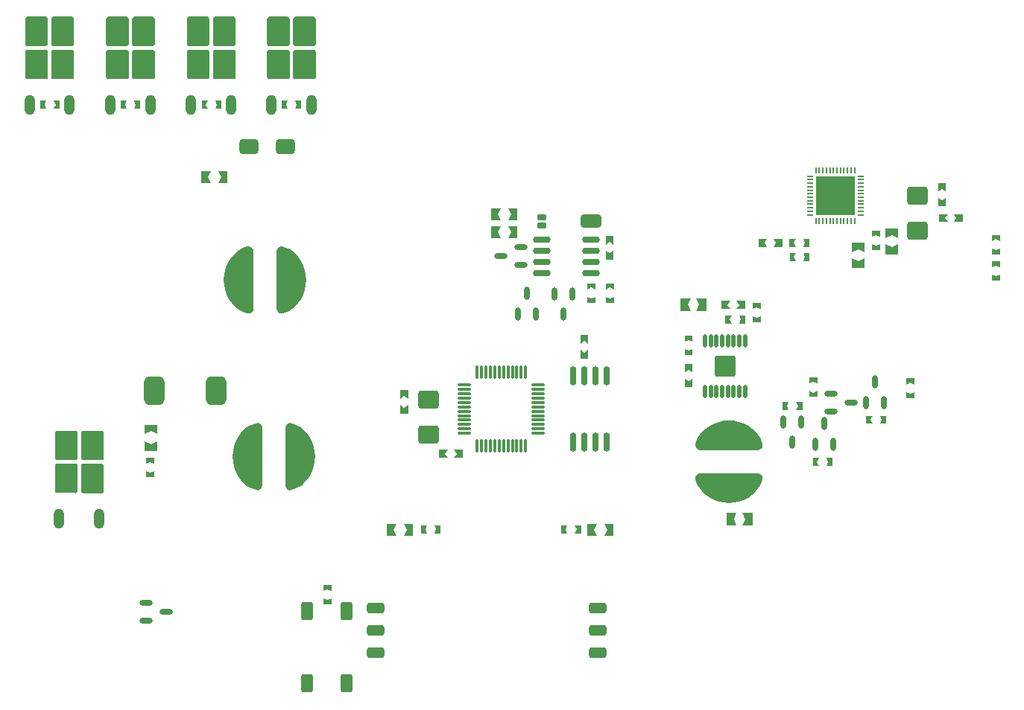
<source format=gtp>
G04*
G04 #@! TF.GenerationSoftware,Altium Limited,Altium Designer,19.1.7 (138)*
G04*
G04 Layer_Color=8421504*
%FSLAX24Y24*%
%MOIN*%
G70*
G01*
G75*
G04:AMPARAMS|DCode=19|XSize=96.5mil|YSize=90.6mil|CornerRadius=9.1mil|HoleSize=0mil|Usage=FLASHONLY|Rotation=90.000|XOffset=0mil|YOffset=0mil|HoleType=Round|Shape=RoundedRectangle|*
%AMROUNDEDRECTD19*
21,1,0.0965,0.0724,0,0,90.0*
21,1,0.0783,0.0906,0,0,90.0*
1,1,0.0181,0.0362,0.0392*
1,1,0.0181,0.0362,-0.0392*
1,1,0.0181,-0.0362,-0.0392*
1,1,0.0181,-0.0362,0.0392*
%
%ADD19ROUNDEDRECTD19*%
%ADD20O,0.0177X0.0591*%
%ADD21R,0.1732X0.1732*%
%ADD22R,0.0079X0.0276*%
%ADD23R,0.0276X0.0079*%
%ADD24O,0.0281X0.0591*%
%ADD25O,0.0630X0.0118*%
%ADD26O,0.0118X0.0630*%
%ADD27O,0.0591X0.0281*%
G04:AMPARAMS|DCode=28|XSize=78.7mil|YSize=47.2mil|CornerRadius=11.8mil|HoleSize=0mil|Usage=FLASHONLY|Rotation=0.000|XOffset=0mil|YOffset=0mil|HoleType=Round|Shape=RoundedRectangle|*
%AMROUNDEDRECTD28*
21,1,0.0787,0.0236,0,0,0.0*
21,1,0.0551,0.0472,0,0,0.0*
1,1,0.0236,0.0276,-0.0118*
1,1,0.0236,-0.0276,-0.0118*
1,1,0.0236,-0.0276,0.0118*
1,1,0.0236,0.0276,0.0118*
%
%ADD28ROUNDEDRECTD28*%
G04:AMPARAMS|DCode=29|XSize=94.5mil|YSize=59.1mil|CornerRadius=14.8mil|HoleSize=0mil|Usage=FLASHONLY|Rotation=0.000|XOffset=0mil|YOffset=0mil|HoleType=Round|Shape=RoundedRectangle|*
%AMROUNDEDRECTD29*
21,1,0.0945,0.0295,0,0,0.0*
21,1,0.0650,0.0591,0,0,0.0*
1,1,0.0295,0.0325,-0.0148*
1,1,0.0295,-0.0325,-0.0148*
1,1,0.0295,-0.0325,0.0148*
1,1,0.0295,0.0325,0.0148*
%
%ADD29ROUNDEDRECTD29*%
G04:AMPARAMS|DCode=30|XSize=43.3mil|YSize=23.6mil|CornerRadius=5.9mil|HoleSize=0mil|Usage=FLASHONLY|Rotation=0.000|XOffset=0mil|YOffset=0mil|HoleType=Round|Shape=RoundedRectangle|*
%AMROUNDEDRECTD30*
21,1,0.0433,0.0118,0,0,0.0*
21,1,0.0315,0.0236,0,0,0.0*
1,1,0.0118,0.0157,-0.0059*
1,1,0.0118,-0.0157,-0.0059*
1,1,0.0118,-0.0157,0.0059*
1,1,0.0118,0.0157,0.0059*
%
%ADD30ROUNDEDRECTD30*%
%ADD31O,0.0800X0.0295*%
%ADD32O,0.0295X0.0850*%
G04:AMPARAMS|DCode=33|XSize=90.6mil|YSize=82.7mil|CornerRadius=12.4mil|HoleSize=0mil|Usage=FLASHONLY|Rotation=0.000|XOffset=0mil|YOffset=0mil|HoleType=Round|Shape=RoundedRectangle|*
%AMROUNDEDRECTD33*
21,1,0.0906,0.0579,0,0,0.0*
21,1,0.0657,0.0827,0,0,0.0*
1,1,0.0248,0.0329,-0.0289*
1,1,0.0248,-0.0329,-0.0289*
1,1,0.0248,-0.0329,0.0289*
1,1,0.0248,0.0329,0.0289*
%
%ADD33ROUNDEDRECTD33*%
%ADD34O,0.0454X0.0906*%
G04:AMPARAMS|DCode=35|XSize=86.6mil|YSize=68.9mil|CornerRadius=17.2mil|HoleSize=0mil|Usage=FLASHONLY|Rotation=0.000|XOffset=0mil|YOffset=0mil|HoleType=Round|Shape=RoundedRectangle|*
%AMROUNDEDRECTD35*
21,1,0.0866,0.0344,0,0,0.0*
21,1,0.0522,0.0689,0,0,0.0*
1,1,0.0344,0.0261,-0.0172*
1,1,0.0344,-0.0261,-0.0172*
1,1,0.0344,-0.0261,0.0172*
1,1,0.0344,0.0261,0.0172*
%
%ADD35ROUNDEDRECTD35*%
G04:AMPARAMS|DCode=36|XSize=128mil|YSize=90.6mil|CornerRadius=22.6mil|HoleSize=0mil|Usage=FLASHONLY|Rotation=90.000|XOffset=0mil|YOffset=0mil|HoleType=Round|Shape=RoundedRectangle|*
%AMROUNDEDRECTD36*
21,1,0.1280,0.0453,0,0,90.0*
21,1,0.0827,0.0906,0,0,90.0*
1,1,0.0453,0.0226,0.0413*
1,1,0.0453,0.0226,-0.0413*
1,1,0.0453,-0.0226,-0.0413*
1,1,0.0453,-0.0226,0.0413*
%
%ADD36ROUNDEDRECTD36*%
G04:AMPARAMS|DCode=37|XSize=82.7mil|YSize=55.1mil|CornerRadius=13.8mil|HoleSize=0mil|Usage=FLASHONLY|Rotation=270.000|XOffset=0mil|YOffset=0mil|HoleType=Round|Shape=RoundedRectangle|*
%AMROUNDEDRECTD37*
21,1,0.0827,0.0276,0,0,270.0*
21,1,0.0551,0.0551,0,0,270.0*
1,1,0.0276,-0.0138,-0.0276*
1,1,0.0276,-0.0138,0.0276*
1,1,0.0276,0.0138,0.0276*
1,1,0.0276,0.0138,-0.0276*
%
%ADD37ROUNDEDRECTD37*%
G36*
X23051Y36860D02*
X23073Y36860D01*
X23113Y36842D01*
X23143Y36811D01*
X23159Y36771D01*
X23159Y36749D01*
Y35648D01*
X23158Y35627D01*
X23141Y35587D01*
X23110Y35557D01*
X23069Y35541D01*
X23048Y35541D01*
X23048D01*
X22253Y35541D01*
X22243D01*
X22222Y35545D01*
X22203Y35553D01*
X22185Y35565D01*
X22178Y35572D01*
X22178Y35572D01*
X22170Y35580D01*
X22158Y35598D01*
X22149Y35619D01*
X22145Y35641D01*
X22145Y35652D01*
X22145Y35652D01*
X22145Y36751D01*
X22145Y36773D01*
X22162Y36813D01*
X22192Y36843D01*
X22232Y36860D01*
X22254Y36860D01*
X22254Y36860D01*
X23051Y36860D01*
D02*
G37*
G36*
X21880D02*
X21902Y36860D01*
X21942Y36842D01*
X21972Y36811D01*
X21988Y36771D01*
X21988Y36749D01*
Y35648D01*
X21988Y35627D01*
X21971Y35587D01*
X21939Y35557D01*
X21899Y35541D01*
X21877Y35541D01*
X21877D01*
X21083Y35541D01*
X21072D01*
X21052Y35545D01*
X21032Y35553D01*
X21015Y35565D01*
X21007Y35572D01*
X21007Y35572D01*
X21000Y35580D01*
X20987Y35598D01*
X20979Y35619D01*
X20974Y35641D01*
X20974Y35652D01*
X20974Y35652D01*
X20974Y36751D01*
X20974Y36773D01*
X20991Y36813D01*
X21022Y36843D01*
X21061Y36860D01*
X21083Y36860D01*
X21083Y36860D01*
X21880Y36860D01*
D02*
G37*
G36*
X19460D02*
X19482Y36860D01*
X19522Y36842D01*
X19552Y36811D01*
X19569Y36771D01*
X19568Y36749D01*
Y35648D01*
X19568Y35627D01*
X19551Y35587D01*
X19519Y35557D01*
X19479Y35541D01*
X19457Y35541D01*
X19457D01*
X18663Y35541D01*
X18652D01*
X18632Y35545D01*
X18612Y35553D01*
X18595Y35565D01*
X18587Y35572D01*
X18587Y35572D01*
X18580Y35580D01*
X18567Y35598D01*
X18559Y35619D01*
X18554Y35641D01*
X18554Y35652D01*
X18554Y35652D01*
X18554Y36751D01*
X18554Y36773D01*
X18571Y36813D01*
X18602Y36843D01*
X18641Y36860D01*
X18663Y36860D01*
X18663Y36860D01*
X19460Y36860D01*
D02*
G37*
G36*
X18290D02*
X18312Y36860D01*
X18352Y36842D01*
X18382Y36811D01*
X18398Y36771D01*
X18398Y36749D01*
Y35648D01*
X18397Y35627D01*
X18380Y35587D01*
X18349Y35557D01*
X18308Y35541D01*
X18287Y35541D01*
X18287D01*
X17492Y35541D01*
X17482D01*
X17461Y35545D01*
X17442Y35553D01*
X17424Y35565D01*
X17417Y35572D01*
X17417Y35572D01*
X17409Y35580D01*
X17397Y35598D01*
X17388Y35619D01*
X17384Y35641D01*
X17384Y35652D01*
X17384Y35652D01*
X17384Y36751D01*
X17384Y36773D01*
X17400Y36813D01*
X17431Y36843D01*
X17471Y36860D01*
X17493Y36860D01*
X17493Y36860D01*
X18290Y36860D01*
D02*
G37*
G36*
X15846D02*
X15868Y36860D01*
X15908Y36842D01*
X15938Y36811D01*
X15954Y36771D01*
X15954Y36749D01*
Y35648D01*
X15954Y35627D01*
X15936Y35587D01*
X15905Y35557D01*
X15865Y35541D01*
X15843Y35541D01*
X15843D01*
X15048Y35541D01*
X15038D01*
X15017Y35545D01*
X14998Y35553D01*
X14981Y35565D01*
X14973Y35572D01*
X14973Y35572D01*
X14965Y35580D01*
X14953Y35598D01*
X14945Y35619D01*
X14940Y35641D01*
X14940Y35652D01*
X14940Y35652D01*
X14940Y36751D01*
X14940Y36773D01*
X14957Y36813D01*
X14987Y36843D01*
X15027Y36860D01*
X15049Y36860D01*
X15049Y36860D01*
X15846Y36860D01*
D02*
G37*
G36*
X14676D02*
X14697Y36860D01*
X14737Y36842D01*
X14768Y36811D01*
X14784Y36771D01*
X14783Y36749D01*
Y35648D01*
X14783Y35627D01*
X14766Y35587D01*
X14735Y35557D01*
X14694Y35541D01*
X14672Y35541D01*
X14672D01*
X13878Y35541D01*
X13867D01*
X13847Y35545D01*
X13828Y35553D01*
X13810Y35565D01*
X13803Y35572D01*
X13803Y35572D01*
X13795Y35580D01*
X13783Y35598D01*
X13774Y35619D01*
X13770Y35641D01*
X13770Y35652D01*
X13770Y35652D01*
X13770Y36751D01*
X13770Y36773D01*
X13786Y36813D01*
X13817Y36843D01*
X13857Y36860D01*
X13878Y36860D01*
X13878Y36860D01*
X14676Y36860D01*
D02*
G37*
G36*
X12232D02*
X12254Y36860D01*
X12294Y36842D01*
X12324Y36811D01*
X12340Y36771D01*
X12340Y36749D01*
Y35648D01*
X12339Y35627D01*
X12322Y35587D01*
X12291Y35557D01*
X12251Y35541D01*
X12229Y35541D01*
X12229D01*
X11434Y35541D01*
X11424D01*
X11403Y35545D01*
X11384Y35553D01*
X11367Y35565D01*
X11359Y35572D01*
X11359Y35572D01*
X11351Y35580D01*
X11339Y35598D01*
X11330Y35619D01*
X11326Y35641D01*
X11326Y35652D01*
X11326Y35652D01*
X11326Y36751D01*
X11326Y36773D01*
X11343Y36813D01*
X11373Y36843D01*
X11413Y36860D01*
X11435Y36860D01*
X11435Y36860D01*
X12232Y36860D01*
D02*
G37*
G36*
X11061D02*
X11083Y36860D01*
X11123Y36842D01*
X11154Y36811D01*
X11170Y36771D01*
X11169Y36749D01*
Y35648D01*
X11169Y35627D01*
X11152Y35587D01*
X11120Y35557D01*
X11080Y35541D01*
X11058Y35541D01*
X11058D01*
X10264Y35541D01*
X10253D01*
X10233Y35545D01*
X10213Y35553D01*
X10196Y35565D01*
X10189Y35572D01*
X10189Y35572D01*
X10181Y35580D01*
X10168Y35598D01*
X10160Y35619D01*
X10156Y35641D01*
X10156Y35652D01*
X10156Y35652D01*
X10156Y36751D01*
X10156Y36773D01*
X10172Y36813D01*
X10203Y36843D01*
X10243Y36860D01*
X10264Y36860D01*
X10264Y36860D01*
X11061Y36860D01*
D02*
G37*
G36*
X21880Y35384D02*
X21902Y35384D01*
X21942Y35366D01*
X21972Y35335D01*
X21988Y35295D01*
X21988Y35273D01*
Y34172D01*
X21988Y34151D01*
X21971Y34111D01*
X21939Y34081D01*
X21899Y34065D01*
X21877Y34065D01*
X21877D01*
X21083Y34065D01*
X21072D01*
X21052Y34069D01*
X21032Y34077D01*
X21015Y34089D01*
X21007Y34096D01*
X21007Y34096D01*
X21000Y34104D01*
X20987Y34122D01*
X20979Y34143D01*
X20974Y34165D01*
X20974Y34176D01*
X20974Y34176D01*
X20974Y35275D01*
X20974Y35297D01*
X20991Y35337D01*
X21022Y35367D01*
X21061Y35384D01*
X21083Y35384D01*
X21083Y35384D01*
X21880Y35384D01*
D02*
G37*
G36*
X18290D02*
X18312Y35384D01*
X18352Y35366D01*
X18382Y35335D01*
X18398Y35295D01*
X18398Y35273D01*
Y34172D01*
X18397Y34151D01*
X18380Y34111D01*
X18349Y34081D01*
X18308Y34065D01*
X18287Y34065D01*
X18287D01*
X17492Y34065D01*
X17482D01*
X17461Y34069D01*
X17442Y34077D01*
X17424Y34089D01*
X17417Y34096D01*
X17417Y34096D01*
X17409Y34104D01*
X17397Y34122D01*
X17388Y34143D01*
X17384Y34165D01*
X17384Y34176D01*
X17384Y34176D01*
X17384Y35275D01*
X17384Y35297D01*
X17400Y35337D01*
X17431Y35367D01*
X17471Y35384D01*
X17493Y35384D01*
X17493Y35384D01*
X18290Y35384D01*
D02*
G37*
G36*
X14676D02*
X14697Y35384D01*
X14737Y35366D01*
X14768Y35335D01*
X14784Y35295D01*
X14783Y35273D01*
Y34172D01*
X14783Y34151D01*
X14766Y34111D01*
X14735Y34081D01*
X14694Y34065D01*
X14672Y34065D01*
X14672D01*
X13878Y34065D01*
X13867D01*
X13847Y34069D01*
X13828Y34077D01*
X13810Y34089D01*
X13803Y34096D01*
X13803Y34096D01*
X13795Y34104D01*
X13783Y34122D01*
X13774Y34143D01*
X13770Y34165D01*
X13770Y34176D01*
X13770Y34176D01*
X13770Y35275D01*
X13770Y35297D01*
X13786Y35337D01*
X13817Y35367D01*
X13857Y35384D01*
X13878Y35384D01*
X13878Y35384D01*
X14676Y35384D01*
D02*
G37*
G36*
X11061D02*
X11083Y35384D01*
X11123Y35366D01*
X11154Y35335D01*
X11170Y35295D01*
X11169Y35273D01*
Y34172D01*
X11169Y34151D01*
X11152Y34111D01*
X11120Y34081D01*
X11080Y34065D01*
X11058Y34065D01*
X11058D01*
X10264Y34065D01*
X10253D01*
X10233Y34069D01*
X10213Y34077D01*
X10196Y34089D01*
X10189Y34096D01*
X10189Y34096D01*
X10181Y34104D01*
X10168Y34122D01*
X10160Y34143D01*
X10156Y34165D01*
X10156Y34176D01*
X10156Y34176D01*
X10156Y35275D01*
X10156Y35297D01*
X10172Y35337D01*
X10203Y35367D01*
X10243Y35384D01*
X10264Y35384D01*
X10264Y35384D01*
X11061Y35384D01*
D02*
G37*
G36*
X22256Y35383D02*
Y35383D01*
X23051Y35383D01*
X23061D01*
X23082Y35379D01*
X23101Y35371D01*
X23119Y35360D01*
X23126Y35352D01*
X23126Y35352D01*
X23134Y35345D01*
X23146Y35326D01*
X23155Y35305D01*
X23159Y35284D01*
X23159Y35273D01*
X23159Y35273D01*
X23159Y34173D01*
X23159Y34152D01*
X23143Y34112D01*
X23112Y34081D01*
X23072Y34065D01*
X23050Y34065D01*
X23050Y34065D01*
X22253Y34065D01*
X22231Y34065D01*
X22191Y34082D01*
X22161Y34113D01*
X22145Y34154D01*
X22145Y34176D01*
X22145Y34176D01*
X22145Y35276D01*
X22146Y35298D01*
X22163Y35338D01*
X22194Y35368D01*
X22235Y35384D01*
X22256Y35383D01*
D02*
G37*
G36*
X18666D02*
Y35383D01*
X19460Y35383D01*
X19471D01*
X19491Y35379D01*
X19511Y35371D01*
X19528Y35360D01*
X19535Y35352D01*
X19535Y35352D01*
X19543Y35345D01*
X19556Y35326D01*
X19564Y35305D01*
X19568Y35284D01*
X19568Y35273D01*
X19569Y35273D01*
X19569Y34173D01*
X19569Y34152D01*
X19552Y34112D01*
X19521Y34081D01*
X19481Y34065D01*
X19460Y34065D01*
X19460Y34065D01*
X18663Y34065D01*
X18641Y34065D01*
X18601Y34082D01*
X18570Y34113D01*
X18554Y34154D01*
X18555Y34176D01*
X18555Y34176D01*
X18555Y35276D01*
X18555Y35298D01*
X18572Y35338D01*
X18604Y35368D01*
X18644Y35384D01*
X18666Y35383D01*
D02*
G37*
G36*
X15052D02*
Y35383D01*
X15846Y35383D01*
X15857D01*
X15877Y35379D01*
X15896Y35371D01*
X15914Y35360D01*
X15921Y35352D01*
X15921Y35352D01*
X15929Y35345D01*
X15941Y35326D01*
X15950Y35305D01*
X15954Y35284D01*
X15954Y35273D01*
X15954Y35273D01*
X15954Y34173D01*
X15954Y34152D01*
X15938Y34112D01*
X15907Y34081D01*
X15867Y34065D01*
X15846Y34065D01*
X15846Y34065D01*
X15048Y34065D01*
X15027Y34065D01*
X14987Y34082D01*
X14956Y34113D01*
X14940Y34154D01*
X14941Y34176D01*
X14941Y34176D01*
X14941Y35276D01*
X14941Y35298D01*
X14958Y35338D01*
X14989Y35368D01*
X15030Y35384D01*
X15052Y35383D01*
D02*
G37*
G36*
X11437D02*
Y35383D01*
X12232Y35383D01*
X12242D01*
X12263Y35379D01*
X12282Y35371D01*
X12300Y35360D01*
X12307Y35352D01*
X12307Y35352D01*
X12315Y35345D01*
X12327Y35326D01*
X12336Y35305D01*
X12340Y35284D01*
X12340Y35273D01*
X12340Y35273D01*
X12340Y34173D01*
X12340Y34152D01*
X12324Y34112D01*
X12293Y34081D01*
X12253Y34065D01*
X12232Y34065D01*
X12232Y34065D01*
X11434Y34065D01*
X11412Y34065D01*
X11372Y34082D01*
X11342Y34113D01*
X11326Y34154D01*
X11326Y34176D01*
X11326Y34176D01*
X11326Y35276D01*
X11327Y35298D01*
X11344Y35338D01*
X11375Y35368D01*
X11416Y35384D01*
X11437Y35383D01*
D02*
G37*
G36*
X22510Y32736D02*
X22234D01*
X22313Y32913D01*
X22234Y33091D01*
X22510D01*
Y32736D01*
D02*
G37*
G36*
X21821Y32913D02*
X21900Y32736D01*
X21624D01*
Y33091D01*
X21900D01*
X21821Y32913D01*
D02*
G37*
G36*
X18937Y32736D02*
X18661D01*
X18740Y32913D01*
X18661Y33091D01*
X18937D01*
Y32736D01*
D02*
G37*
G36*
X18248Y32913D02*
X18327Y32736D01*
X18051D01*
Y33091D01*
X18327D01*
X18248Y32913D01*
D02*
G37*
G36*
X15305Y32736D02*
X15030D01*
X15108Y32913D01*
X15030Y33091D01*
X15305D01*
Y32736D01*
D02*
G37*
G36*
X14616Y32913D02*
X14695Y32736D01*
X14420D01*
Y33091D01*
X14695D01*
X14616Y32913D01*
D02*
G37*
G36*
X11712Y32736D02*
X11437D01*
X11516Y32913D01*
X11437Y33091D01*
X11712D01*
Y32736D01*
D02*
G37*
G36*
X11024Y32913D02*
X11102Y32736D01*
X10827D01*
Y33091D01*
X11102D01*
X11024Y32913D01*
D02*
G37*
G36*
X19203Y29400D02*
X18789D01*
X18917Y29675D01*
X18789Y29951D01*
X19203D01*
Y29400D01*
D02*
G37*
G36*
X18327Y29675D02*
X18455Y29400D01*
X18041D01*
Y29951D01*
X18455D01*
X18327Y29675D01*
D02*
G37*
G36*
X51339Y29026D02*
X51161Y29144D01*
X50984Y29026D01*
Y29419D01*
X51339D01*
Y29026D01*
D02*
G37*
G36*
Y28356D02*
X50984D01*
Y28750D01*
X51161Y28632D01*
X51339Y28750D01*
Y28356D01*
D02*
G37*
G36*
X32175Y27726D02*
X31762D01*
X31890Y28002D01*
X31762Y28278D01*
X32175D01*
Y27726D01*
D02*
G37*
G36*
X31299Y28002D02*
X31427Y27726D01*
X31014D01*
Y28278D01*
X31427D01*
X31299Y28002D01*
D02*
G37*
G36*
X52087Y27657D02*
X51693D01*
X51811Y27835D01*
X51693Y28012D01*
X52087D01*
Y27657D01*
D02*
G37*
G36*
X51299Y27835D02*
X51417Y27657D01*
X51024D01*
Y28012D01*
X51417D01*
X51299Y27835D01*
D02*
G37*
G36*
X48386Y27008D02*
X48209Y27086D01*
X48032Y27008D01*
Y27283D01*
X48386D01*
Y27008D01*
D02*
G37*
G36*
X49203Y26929D02*
X48917Y27057D01*
X48632Y26929D01*
Y27382D01*
X49203D01*
Y26929D01*
D02*
G37*
G36*
X32175D02*
X31762D01*
X31890Y27205D01*
X31762Y27480D01*
X32175D01*
Y26929D01*
D02*
G37*
G36*
X31299Y27205D02*
X31427Y26929D01*
X31014D01*
Y27480D01*
X31427D01*
X31299Y27205D01*
D02*
G37*
G36*
X53750Y26811D02*
X53573Y26890D01*
X53396Y26811D01*
Y27086D01*
X53750D01*
Y26811D01*
D02*
G37*
G36*
X36476Y26654D02*
X36299Y26772D01*
X36122Y26654D01*
Y27047D01*
X36476D01*
Y26654D01*
D02*
G37*
G36*
X48386Y26398D02*
X48032D01*
Y26673D01*
X48209Y26594D01*
X48386Y26673D01*
Y26398D01*
D02*
G37*
G36*
X49203Y26220D02*
X48632D01*
Y26673D01*
X48917Y26545D01*
X49203Y26673D01*
Y26220D01*
D02*
G37*
G36*
X45226Y26545D02*
X44951D01*
X45029Y26722D01*
X44951Y26900D01*
X45226D01*
Y26545D01*
D02*
G37*
G36*
X44537Y26722D02*
X44616Y26545D01*
X44341D01*
Y26900D01*
X44616D01*
X44537Y26722D01*
D02*
G37*
G36*
X44016Y26545D02*
X43622D01*
X43740Y26722D01*
X43622Y26900D01*
X44016D01*
Y26545D01*
D02*
G37*
G36*
X43228Y26722D02*
X43346Y26545D01*
X42953D01*
Y26900D01*
X43346D01*
X43228Y26722D01*
D02*
G37*
G36*
X53750Y26201D02*
X53396D01*
Y26476D01*
X53573Y26398D01*
X53750Y26476D01*
Y26201D01*
D02*
G37*
G36*
X47707Y26299D02*
X47421Y26427D01*
X47136Y26299D01*
Y26752D01*
X47707D01*
Y26299D01*
D02*
G37*
G36*
X36476Y25984D02*
X36122D01*
Y26378D01*
X36299Y26260D01*
X36476Y26378D01*
Y25984D01*
D02*
G37*
G36*
X45236Y25915D02*
X44961D01*
X45039Y26093D01*
X44961Y26270D01*
X45236D01*
Y25915D01*
D02*
G37*
G36*
X44547Y26093D02*
X44626Y25915D01*
X44351D01*
Y26270D01*
X44626D01*
X44547Y26093D01*
D02*
G37*
G36*
X47707Y25591D02*
X47136D01*
Y26043D01*
X47421Y25915D01*
X47707Y26043D01*
Y25591D01*
D02*
G37*
G36*
X53750Y25640D02*
X53573Y25718D01*
X53396Y25640D01*
Y25915D01*
X53750D01*
Y25640D01*
D02*
G37*
G36*
Y25030D02*
X53396D01*
Y25305D01*
X53573Y25227D01*
X53750Y25305D01*
Y25030D01*
D02*
G37*
G36*
X36486Y24646D02*
X36309Y24724D01*
X36132Y24646D01*
Y24921D01*
X36486D01*
Y24646D01*
D02*
G37*
G36*
X35650D02*
X35472Y24724D01*
X35295Y24646D01*
Y24921D01*
X35650D01*
Y24646D01*
D02*
G37*
G36*
X36486Y24036D02*
X36132D01*
Y24311D01*
X36309Y24233D01*
X36486Y24311D01*
Y24036D01*
D02*
G37*
G36*
X35650D02*
X35295D01*
Y24311D01*
X35472Y24233D01*
X35650Y24311D01*
Y24036D01*
D02*
G37*
G36*
X42362Y23770D02*
X41968D01*
X42087Y23947D01*
X41968Y24124D01*
X42362D01*
Y23770D01*
D02*
G37*
G36*
X41575Y23947D02*
X41693Y23770D01*
X41299D01*
Y24124D01*
X41693D01*
X41575Y23947D01*
D02*
G37*
G36*
X43051Y23769D02*
X42874Y23848D01*
X42697Y23769D01*
Y24045D01*
X43051D01*
Y23769D01*
D02*
G37*
G36*
X40630Y23671D02*
X40177D01*
X40305Y23957D01*
X40177Y24242D01*
X40630D01*
Y23671D01*
D02*
G37*
G36*
X39793Y23957D02*
X39921Y23671D01*
X39469D01*
Y24242D01*
X39921D01*
X39793Y23957D01*
D02*
G37*
G36*
X20251Y26553D02*
X20311Y26510D01*
X20350Y26448D01*
X20363Y26376D01*
Y23770D01*
X20349Y23696D01*
X20309Y23632D01*
X20248Y23587D01*
X20175Y23568D01*
X20100Y23576D01*
X19970Y23617D01*
X19819Y23677D01*
X19680Y23761D01*
X19555Y23865D01*
X19550Y23869D01*
X19401Y24035D01*
X19275Y24219D01*
X19175Y24418D01*
X19102Y24628D01*
X19058Y24847D01*
X19043Y25069D01*
X19058Y25291D01*
X19102Y25510D01*
X19175Y25720D01*
X19275Y25919D01*
X19401Y26103D01*
X19550Y26269D01*
X19553Y26271D01*
X19679Y26376D01*
X19821Y26461D01*
X19973Y26522D01*
X20107Y26564D01*
X20180Y26572D01*
X20251Y26553D01*
D02*
G37*
G36*
X21672Y26561D02*
X21801Y26521D01*
X21952Y26460D01*
X22092Y26377D01*
X22217Y26273D01*
X22221Y26269D01*
X22370Y26103D01*
X22496Y25919D01*
X22596Y25720D01*
X22669Y25510D01*
X22713Y25291D01*
X22728Y25069D01*
X22713Y24847D01*
X22669Y24628D01*
X22596Y24418D01*
X22496Y24219D01*
X22370Y24035D01*
X22221Y23869D01*
X22219Y23867D01*
X22092Y23762D01*
X21951Y23677D01*
X21798Y23616D01*
X21664Y23574D01*
X21591Y23566D01*
X21520Y23584D01*
X21461Y23628D01*
X21422Y23690D01*
X21408Y23762D01*
Y26368D01*
X21422Y26442D01*
X21463Y26506D01*
X21524Y26551D01*
X21597Y26570D01*
X21672Y26561D01*
D02*
G37*
G36*
X43051Y23159D02*
X42697D01*
Y23435D01*
X42874Y23356D01*
X43051Y23435D01*
Y23159D01*
D02*
G37*
G36*
X42362Y23120D02*
X42087D01*
X42165Y23297D01*
X42087Y23474D01*
X42362D01*
Y23120D01*
D02*
G37*
G36*
X41673Y23297D02*
X41752Y23120D01*
X41477D01*
Y23474D01*
X41752D01*
X41673Y23297D01*
D02*
G37*
G36*
X40010Y22303D02*
X39833Y22382D01*
X39656Y22303D01*
Y22578D01*
X40010D01*
Y22303D01*
D02*
G37*
G36*
X35345Y22215D02*
X35168Y22333D01*
X34991Y22215D01*
Y22608D01*
X35345D01*
Y22215D01*
D02*
G37*
G36*
X40010Y21693D02*
X39656D01*
Y21969D01*
X39833Y21890D01*
X40010Y21969D01*
Y21693D01*
D02*
G37*
G36*
X35345Y21545D02*
X34991D01*
Y21939D01*
X35168Y21821D01*
X35345Y21939D01*
Y21545D01*
D02*
G37*
G36*
X40010Y20925D02*
X39833Y21043D01*
X39656Y20925D01*
Y21319D01*
X40010D01*
Y20925D01*
D02*
G37*
G36*
Y20256D02*
X39656D01*
Y20650D01*
X39833Y20531D01*
X40010Y20650D01*
Y20256D01*
D02*
G37*
G36*
X45591Y20433D02*
X45413Y20512D01*
X45236Y20433D01*
Y20708D01*
X45591D01*
Y20433D01*
D02*
G37*
G36*
X49921Y20384D02*
X49744Y20462D01*
X49567Y20384D01*
Y20659D01*
X49921D01*
Y20384D01*
D02*
G37*
G36*
X45591Y19823D02*
X45236D01*
Y20098D01*
X45413Y20020D01*
X45591Y20098D01*
Y19823D01*
D02*
G37*
G36*
X49921Y19774D02*
X49567D01*
Y20049D01*
X49744Y19970D01*
X49921Y20049D01*
Y19774D01*
D02*
G37*
G36*
X27284Y19744D02*
X27107Y19862D01*
X26930Y19744D01*
Y20138D01*
X27284D01*
Y19744D01*
D02*
G37*
G36*
Y19075D02*
X26930D01*
Y19468D01*
X27107Y19350D01*
X27284Y19468D01*
Y19075D01*
D02*
G37*
G36*
X44921Y19242D02*
X44646D01*
X44724Y19419D01*
X44646Y19596D01*
X44921D01*
Y19242D01*
D02*
G37*
G36*
X44233Y19419D02*
X44311Y19242D01*
X44036D01*
Y19596D01*
X44311D01*
X44233Y19419D01*
D02*
G37*
G36*
X48661Y18632D02*
X48386D01*
X48464Y18809D01*
X48386Y18986D01*
X48661D01*
Y18632D01*
D02*
G37*
G36*
X47972Y18809D02*
X48051Y18632D01*
X47776D01*
Y18986D01*
X48051D01*
X47972Y18809D01*
D02*
G37*
G36*
X13563Y18317D02*
X13584Y18316D01*
X13624Y18299D01*
X13655Y18268D01*
X13671Y18227D01*
X13671Y18206D01*
Y17105D01*
X13670Y17083D01*
X13653Y17043D01*
X13622Y17013D01*
X13581Y16997D01*
X13560Y16998D01*
X13560D01*
X12765Y16998D01*
X12754D01*
X12734Y17002D01*
X12715Y17010D01*
X12697Y17021D01*
X12690Y17029D01*
X12690Y17029D01*
X12682Y17037D01*
X12670Y17055D01*
X12661Y17076D01*
X12657Y17097D01*
X12657Y17109D01*
X12657Y17109D01*
X12657Y18208D01*
X12657Y18229D01*
X12673Y18269D01*
X12704Y18300D01*
X12744Y18317D01*
X12765Y18317D01*
X12765Y18317D01*
X13563Y18317D01*
D02*
G37*
G36*
X12392D02*
X12414Y18316D01*
X12454Y18299D01*
X12484Y18268D01*
X12500Y18227D01*
X12500Y18206D01*
Y17105D01*
X12500Y17083D01*
X12482Y17043D01*
X12451Y17013D01*
X12411Y16997D01*
X12389Y16998D01*
X12389D01*
X11594Y16998D01*
X11584D01*
X11563Y17002D01*
X11544Y17010D01*
X11527Y17021D01*
X11519Y17029D01*
X11519Y17029D01*
X11511Y17037D01*
X11499Y17055D01*
X11491Y17076D01*
X11486Y17097D01*
X11486Y17109D01*
X11486Y17109D01*
X11486Y18208D01*
X11486Y18229D01*
X11503Y18269D01*
X11533Y18300D01*
X11573Y18317D01*
X11595Y18317D01*
X11595Y18317D01*
X12392Y18317D01*
D02*
G37*
G36*
X16063Y18169D02*
X15787Y18297D01*
X15512Y18169D01*
Y18583D01*
X16063D01*
Y18169D01*
D02*
G37*
G36*
Y17421D02*
X15512D01*
Y17835D01*
X15787Y17707D01*
X16063Y17835D01*
Y17421D01*
D02*
G37*
G36*
X41856Y18757D02*
X42075Y18713D01*
X42285Y18640D01*
X42484Y18540D01*
X42668Y18414D01*
X42834Y18265D01*
X42836Y18262D01*
X42941Y18136D01*
X43025Y17994D01*
X43087Y17842D01*
X43129Y17708D01*
X43137Y17635D01*
X43118Y17564D01*
X43075Y17504D01*
X43013Y17465D01*
X42941Y17452D01*
X40335D01*
X40261Y17466D01*
X40197Y17506D01*
X40152Y17567D01*
X40133Y17640D01*
X40141Y17715D01*
X40182Y17845D01*
X40242Y17995D01*
X40326Y18135D01*
X40430Y18260D01*
X40434Y18265D01*
X40600Y18414D01*
X40784Y18540D01*
X40983Y18640D01*
X41193Y18713D01*
X41412Y18757D01*
X41634Y18772D01*
X41856Y18757D01*
D02*
G37*
G36*
X29734Y17106D02*
X29341D01*
X29459Y17283D01*
X29341Y17461D01*
X29734D01*
Y17106D01*
D02*
G37*
G36*
X28947Y17283D02*
X29065Y17106D01*
X28671D01*
Y17461D01*
X29065D01*
X28947Y17283D01*
D02*
G37*
G36*
X15925Y16841D02*
X15748Y16919D01*
X15571Y16841D01*
Y17116D01*
X15925D01*
Y16841D01*
D02*
G37*
G36*
X12392Y16841D02*
X12414Y16840D01*
X12454Y16823D01*
X12484Y16792D01*
X12500Y16751D01*
X12500Y16729D01*
Y15629D01*
X12500Y15607D01*
X12482Y15567D01*
X12451Y15537D01*
X12411Y15521D01*
X12389Y15522D01*
X12389D01*
X11594Y15522D01*
X11584D01*
X11563Y15526D01*
X11544Y15534D01*
X11527Y15545D01*
X11519Y15553D01*
X11519Y15553D01*
X11511Y15561D01*
X11499Y15579D01*
X11491Y15600D01*
X11486Y15621D01*
X11486Y15633D01*
X11486Y15633D01*
X11486Y16732D01*
X11486Y16753D01*
X11503Y16793D01*
X11533Y16824D01*
X11573Y16841D01*
X11595Y16840D01*
X11595Y16841D01*
X12392Y16841D01*
D02*
G37*
G36*
X46269Y16742D02*
X45994D01*
X46073Y16919D01*
X45994Y17096D01*
X46269D01*
Y16742D01*
D02*
G37*
G36*
X45581Y16919D02*
X45659Y16742D01*
X45384D01*
Y17096D01*
X45659D01*
X45581Y16919D01*
D02*
G37*
G36*
X15925Y16231D02*
X15571D01*
Y16506D01*
X15748Y16427D01*
X15925Y16506D01*
Y16231D01*
D02*
G37*
G36*
X20645Y18640D02*
X20704Y18597D01*
X20743Y18534D01*
X20757Y18462D01*
Y15857D01*
X20743Y15782D01*
X20703Y15718D01*
X20642Y15674D01*
X20569Y15654D01*
X20494Y15663D01*
X20364Y15704D01*
X20213Y15764D01*
X20074Y15847D01*
X19949Y15951D01*
X19944Y15956D01*
X19795Y16121D01*
X19669Y16305D01*
X19569Y16504D01*
X19496Y16715D01*
X19452Y16933D01*
X19437Y17156D01*
X19452Y17378D01*
X19496Y17596D01*
X19569Y17807D01*
X19669Y18006D01*
X19795Y18190D01*
X19944Y18355D01*
X19946Y18358D01*
X20073Y18463D01*
X20214Y18547D01*
X20367Y18608D01*
X20501Y18650D01*
X20574Y18659D01*
X20645Y18640D01*
D02*
G37*
G36*
X22065Y18648D02*
X22195Y18607D01*
X22346Y18547D01*
X22486Y18464D01*
X22611Y18360D01*
X22615Y18355D01*
X22764Y18190D01*
X22890Y18006D01*
X22990Y17807D01*
X23063Y17596D01*
X23107Y17378D01*
X23122Y17156D01*
X23107Y16933D01*
X23063Y16715D01*
X22990Y16504D01*
X22890Y16305D01*
X22764Y16121D01*
X22615Y15956D01*
X22613Y15953D01*
X22486Y15848D01*
X22345Y15764D01*
X22192Y15703D01*
X22058Y15661D01*
X21985Y15652D01*
X21914Y15671D01*
X21855Y15714D01*
X21816Y15777D01*
X21802Y15849D01*
Y18454D01*
X21816Y18529D01*
X21856Y18593D01*
X21917Y18637D01*
X21990Y18657D01*
X22065Y18648D01*
D02*
G37*
G36*
X12768Y16840D02*
Y16840D01*
X13563Y16840D01*
X13573D01*
X13594Y16836D01*
X13613Y16828D01*
X13630Y16816D01*
X13638Y16809D01*
X13638Y16809D01*
X13646Y16801D01*
X13658Y16783D01*
X13667Y16762D01*
X13671Y16740D01*
X13671Y16729D01*
X13671Y16729D01*
X13671Y15630D01*
X13671Y15608D01*
X13654Y15568D01*
X13624Y15538D01*
X13584Y15521D01*
X13562Y15521D01*
X13562Y15521D01*
X12765Y15521D01*
X12743Y15522D01*
X12703Y15539D01*
X12673Y15570D01*
X12657Y15611D01*
X12657Y15632D01*
X12657Y15632D01*
X12657Y16733D01*
X12657Y16754D01*
X12675Y16794D01*
X12706Y16825D01*
X12746Y16841D01*
X12768Y16840D01*
D02*
G37*
G36*
X43007Y16393D02*
X43071Y16352D01*
X43116Y16291D01*
X43135Y16218D01*
X43126Y16143D01*
X43086Y16014D01*
X43025Y15863D01*
X42942Y15723D01*
X42838Y15598D01*
X42834Y15594D01*
X42668Y15444D01*
X42484Y15319D01*
X42285Y15219D01*
X42075Y15146D01*
X41856Y15102D01*
X41634Y15087D01*
X41412Y15102D01*
X41193Y15146D01*
X40983Y15219D01*
X40784Y15319D01*
X40600Y15444D01*
X40434Y15594D01*
X40432Y15596D01*
X40327Y15722D01*
X40242Y15864D01*
X40181Y16017D01*
X40139Y16151D01*
X40131Y16224D01*
X40149Y16295D01*
X40193Y16354D01*
X40255Y16393D01*
X40327Y16407D01*
X42933D01*
X43007Y16393D01*
D02*
G37*
G36*
X42687Y14065D02*
X42234D01*
X42362Y14350D01*
X42234Y14636D01*
X42687D01*
Y14065D01*
D02*
G37*
G36*
X41850Y14350D02*
X41978Y14065D01*
X41526D01*
Y14636D01*
X41978D01*
X41850Y14350D01*
D02*
G37*
G36*
X35020Y13711D02*
X34744D01*
X34823Y13888D01*
X34744Y14065D01*
X35020D01*
Y13711D01*
D02*
G37*
G36*
X34331Y13888D02*
X34410Y13711D01*
X34134D01*
Y14065D01*
X34410D01*
X34331Y13888D01*
D02*
G37*
G36*
X28740Y13711D02*
X28464D01*
X28543Y13888D01*
X28464Y14065D01*
X28740D01*
Y13711D01*
D02*
G37*
G36*
X28051Y13888D02*
X28130Y13711D01*
X27854D01*
Y14065D01*
X28130D01*
X28051Y13888D01*
D02*
G37*
G36*
X36476Y13602D02*
X36063D01*
X36191Y13878D01*
X36063Y14154D01*
X36476D01*
Y13602D01*
D02*
G37*
G36*
X35600Y13878D02*
X35728Y13602D01*
X35315D01*
Y14154D01*
X35728D01*
X35600Y13878D01*
D02*
G37*
G36*
X27510Y13602D02*
X27096D01*
X27224Y13878D01*
X27096Y14153D01*
X27510D01*
Y13602D01*
D02*
G37*
G36*
X26634Y13878D02*
X26762Y13602D01*
X26348D01*
Y14153D01*
X26762D01*
X26634Y13878D01*
D02*
G37*
G36*
X23858Y11142D02*
X23681Y11220D01*
X23504Y11142D01*
Y11417D01*
X23858D01*
Y11142D01*
D02*
G37*
G36*
Y10532D02*
X23504D01*
Y10807D01*
X23681Y10729D01*
X23858Y10807D01*
Y10532D01*
D02*
G37*
D19*
X41457Y21211D02*
D03*
D20*
X40561Y22352D02*
D03*
X40817D02*
D03*
X41073D02*
D03*
X41329D02*
D03*
X41585D02*
D03*
X41841D02*
D03*
X42096D02*
D03*
X42352D02*
D03*
Y20069D02*
D03*
X42096D02*
D03*
X41841D02*
D03*
X41585D02*
D03*
X41329D02*
D03*
X41073D02*
D03*
X40817D02*
D03*
X40561D02*
D03*
D21*
X46388Y28848D02*
D03*
D22*
X47254Y29980D02*
D03*
X47096D02*
D03*
X46939D02*
D03*
X46782D02*
D03*
X46624D02*
D03*
X46467D02*
D03*
X46309D02*
D03*
X46152D02*
D03*
X45994D02*
D03*
X45837D02*
D03*
X45679D02*
D03*
X45522D02*
D03*
Y27717D02*
D03*
X45679D02*
D03*
X45837D02*
D03*
X45994D02*
D03*
X46152D02*
D03*
X46309D02*
D03*
X46467D02*
D03*
X46624D02*
D03*
X46782D02*
D03*
X46939D02*
D03*
X47096D02*
D03*
X47254D02*
D03*
D23*
X45256Y29715D02*
D03*
Y29557D02*
D03*
Y29400D02*
D03*
Y29242D02*
D03*
Y29085D02*
D03*
Y28927D02*
D03*
Y28770D02*
D03*
Y28612D02*
D03*
Y28455D02*
D03*
Y28297D02*
D03*
Y28140D02*
D03*
Y27982D02*
D03*
X47520D02*
D03*
Y28140D02*
D03*
Y28297D02*
D03*
Y28455D02*
D03*
Y28612D02*
D03*
Y28770D02*
D03*
Y28927D02*
D03*
Y29085D02*
D03*
Y29242D02*
D03*
Y29400D02*
D03*
Y29557D02*
D03*
Y29715D02*
D03*
D24*
X32215Y23548D02*
D03*
X33015D02*
D03*
X32615Y24458D02*
D03*
X34236Y23524D02*
D03*
X33836Y24434D02*
D03*
X34636D02*
D03*
X45912Y18622D02*
D03*
X46312Y17712D02*
D03*
X45512D02*
D03*
X44482Y17796D02*
D03*
X44082Y18706D02*
D03*
X44882D02*
D03*
X48176Y20492D02*
D03*
X48576Y19582D02*
D03*
X47776D02*
D03*
D25*
X29803Y19183D02*
D03*
Y19380D02*
D03*
Y19577D02*
D03*
Y19774D02*
D03*
Y19970D02*
D03*
Y20167D02*
D03*
Y20364D02*
D03*
Y18199D02*
D03*
Y18396D02*
D03*
Y18593D02*
D03*
Y18789D02*
D03*
Y18986D02*
D03*
X33110Y19380D02*
D03*
Y19183D02*
D03*
Y20364D02*
D03*
Y20167D02*
D03*
Y19970D02*
D03*
Y19774D02*
D03*
Y19577D02*
D03*
Y18986D02*
D03*
Y18789D02*
D03*
Y18593D02*
D03*
Y18396D02*
D03*
Y18199D02*
D03*
D26*
X32343Y20935D02*
D03*
X32539D02*
D03*
Y17628D02*
D03*
X32343D02*
D03*
X30374Y20935D02*
D03*
X30571D02*
D03*
X30768D02*
D03*
X30965D02*
D03*
X31161D02*
D03*
X31358D02*
D03*
X31555D02*
D03*
X31752D02*
D03*
X31949D02*
D03*
X32146D02*
D03*
Y17628D02*
D03*
X31949D02*
D03*
X31752D02*
D03*
X31555D02*
D03*
X31358D02*
D03*
X31161D02*
D03*
X30965D02*
D03*
X30768D02*
D03*
X30571D02*
D03*
X30374D02*
D03*
D27*
X16476Y10200D02*
D03*
X15566Y9800D02*
D03*
Y10600D02*
D03*
X47096Y19570D02*
D03*
X46186Y19170D02*
D03*
Y19970D02*
D03*
X32338Y25728D02*
D03*
Y26528D02*
D03*
X31428Y26128D02*
D03*
D28*
X25819Y8372D02*
D03*
Y10372D02*
D03*
X35769Y8372D02*
D03*
Y10372D02*
D03*
X25819Y9372D02*
D03*
X35769D02*
D03*
D29*
X35463Y27697D02*
D03*
D30*
X33278Y27874D02*
D03*
Y27520D02*
D03*
D31*
X35472Y25866D02*
D03*
X33272D02*
D03*
X35472Y25366D02*
D03*
X33272D02*
D03*
X35472Y26866D02*
D03*
Y26366D02*
D03*
X33272D02*
D03*
Y26866D02*
D03*
D32*
X35667Y20768D02*
D03*
Y17818D02*
D03*
X34667Y20768D02*
D03*
X35167D02*
D03*
X36167D02*
D03*
X34667Y17818D02*
D03*
X35167D02*
D03*
X36167D02*
D03*
D33*
X28209Y19715D02*
D03*
Y18140D02*
D03*
X50059Y27274D02*
D03*
Y28848D02*
D03*
D34*
X21169Y32904D02*
D03*
X22965D02*
D03*
X17579D02*
D03*
X19374D02*
D03*
X13965D02*
D03*
X15760D02*
D03*
X10350D02*
D03*
X12146D02*
D03*
X11681Y14360D02*
D03*
X13476D02*
D03*
D35*
X20177Y31053D02*
D03*
X21791D02*
D03*
D36*
X18691Y20108D02*
D03*
X15935D02*
D03*
D37*
X24547Y6998D02*
D03*
X22776D02*
D03*
X24547Y10226D02*
D03*
X22776D02*
D03*
M02*

</source>
